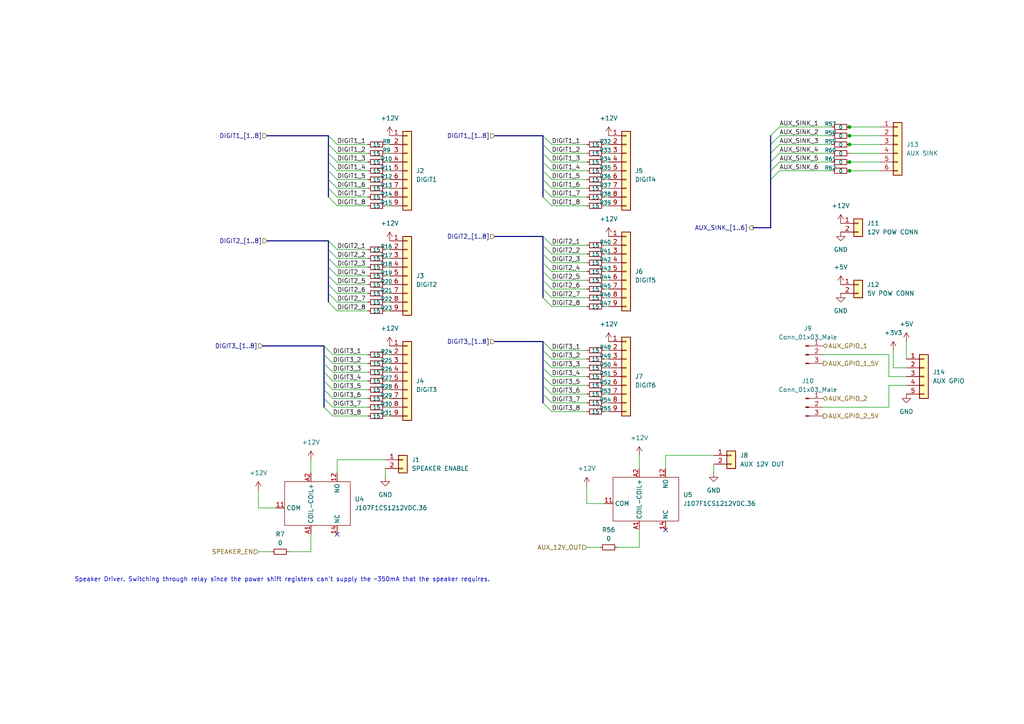
<source format=kicad_sch>
(kicad_sch (version 20211123) (generator eeschema)
  (paper "A4")
  (lib_symbols
    (symbol "Connector:Conn_01x03_Male" (pin_names (offset 1.016) hide)
      (property "Reference" "J" (at 0 5.08 0))
      (property "Value" "Conn_01x03_Male" (at 0 -5.08 0))
      (symbol "Conn_01x03_Male_1_1"
        (polyline (pts (xy 1.27 -2.54) (xy 0.8636 -2.54)) (stroke (width 0.1524)))
        (polyline (pts (xy 1.27 0) (xy 0.8636 0)) (stroke (width 0.1524)))
        (polyline (pts (xy 1.27 2.54) (xy 0.8636 2.54)) (stroke (width 0.1524)))
        (rectangle (start 0.8636 -2.413) (end 0 -2.667) (stroke (width 0.1524)) (fill (type outline)))
        (rectangle (start 0.8636 0.127) (end 0 -0.127) (stroke (width 0.1524)) (fill (type outline)))
        (rectangle (start 0.8636 2.667) (end 0 2.413) (stroke (width 0.1524)) (fill (type outline)))
        (pin passive line (at 5.08 2.54 180) (length 3.81) (name "Pin_1") (number "1"))
        (pin passive line (at 5.08 0 180) (length 3.81) (name "Pin_2") (number "2"))
        (pin passive line (at 5.08 -2.54 180) (length 3.81) (name "Pin_3") (number "3"))
      )
    )
    (symbol "Connector_Generic:Conn_01x02" (pin_names (offset 1.016) hide)
      (property "Reference" "J" (at 0 2.54 0))
      (property "Value" "Conn_01x02" (at 0 -5.08 0))
      (symbol "Conn_01x02_1_1"
        (rectangle (start -1.27 -2.413) (end 0 -2.667) (stroke (width 0.1524)))
        (rectangle (start -1.27 0.127) (end 0 -0.127) (stroke (width 0.1524)))
        (rectangle (start -1.27 1.27) (end 1.27 -3.81) (stroke (width 0.254)) (fill (type background)))
        (pin passive line (at -5.08 0 0) (length 3.81) (name "Pin_1") (number "1"))
        (pin passive line (at -5.08 -2.54 0) (length 3.81) (name "Pin_2") (number "2"))
      )
    )
    (symbol "Connector_Generic:Conn_01x05" (pin_names (offset 1.016) hide)
      (property "Reference" "J" (at 0 7.62 0))
      (property "Value" "Conn_01x05" (at 0 -7.62 0))
      (symbol "Conn_01x05_1_1"
        (rectangle (start -1.27 -4.953) (end 0 -5.207) (stroke (width 0.1524)))
        (rectangle (start -1.27 -2.413) (end 0 -2.667) (stroke (width 0.1524)))
        (rectangle (start -1.27 0.127) (end 0 -0.127) (stroke (width 0.1524)))
        (rectangle (start -1.27 2.667) (end 0 2.413) (stroke (width 0.1524)))
        (rectangle (start -1.27 5.207) (end 0 4.953) (stroke (width 0.1524)))
        (rectangle (start -1.27 6.35) (end 1.27 -6.35) (stroke (width 0.254)) (fill (type background)))
        (pin passive line (at -5.08 5.08 0) (length 3.81) (name "Pin_1") (number "1"))
        (pin passive line (at -5.08 2.54 0) (length 3.81) (name "Pin_2") (number "2"))
        (pin passive line (at -5.08 0 0) (length 3.81) (name "Pin_3") (number "3"))
        (pin passive line (at -5.08 -2.54 0) (length 3.81) (name "Pin_4") (number "4"))
        (pin passive line (at -5.08 -5.08 0) (length 3.81) (name "Pin_5") (number "5"))
      )
    )
    (symbol "Connector_Generic:Conn_01x06" (pin_names (offset 1.016) hide)
      (property "Reference" "J" (at 0 7.62 0))
      (property "Value" "Conn_01x06" (at 0 -10.16 0))
      (symbol "Conn_01x06_1_1"
        (rectangle (start -1.27 -7.493) (end 0 -7.747) (stroke (width 0.1524)))
        (rectangle (start -1.27 -4.953) (end 0 -5.207) (stroke (width 0.1524)))
        (rectangle (start -1.27 -2.413) (end 0 -2.667) (stroke (width 0.1524)))
        (rectangle (start -1.27 0.127) (end 0 -0.127) (stroke (width 0.1524)))
        (rectangle (start -1.27 2.667) (end 0 2.413) (stroke (width 0.1524)))
        (rectangle (start -1.27 5.207) (end 0 4.953) (stroke (width 0.1524)))
        (rectangle (start -1.27 6.35) (end 1.27 -8.89) (stroke (width 0.254)) (fill (type background)))
        (pin passive line (at -5.08 5.08 0) (length 3.81) (name "Pin_1") (number "1"))
        (pin passive line (at -5.08 2.54 0) (length 3.81) (name "Pin_2") (number "2"))
        (pin passive line (at -5.08 0 0) (length 3.81) (name "Pin_3") (number "3"))
        (pin passive line (at -5.08 -2.54 0) (length 3.81) (name "Pin_4") (number "4"))
        (pin passive line (at -5.08 -5.08 0) (length 3.81) (name "Pin_5") (number "5"))
        (pin passive line (at -5.08 -7.62 0) (length 3.81) (name "Pin_6") (number "6"))
      )
    )
    (symbol "Connector_Generic:Conn_01x09" (pin_names (offset 1.016) hide)
      (property "Reference" "J" (at 0 12.7 0))
      (property "Value" "Conn_01x09" (at 0 -12.7 0))
      (symbol "Conn_01x09_1_1"
        (rectangle (start -1.27 -10.033) (end 0 -10.287) (stroke (width 0.1524)))
        (rectangle (start -1.27 -7.493) (end 0 -7.747) (stroke (width 0.1524)))
        (rectangle (start -1.27 -4.953) (end 0 -5.207) (stroke (width 0.1524)))
        (rectangle (start -1.27 -2.413) (end 0 -2.667) (stroke (width 0.1524)))
        (rectangle (start -1.27 0.127) (end 0 -0.127) (stroke (width 0.1524)))
        (rectangle (start -1.27 2.667) (end 0 2.413) (stroke (width 0.1524)))
        (rectangle (start -1.27 5.207) (end 0 4.953) (stroke (width 0.1524)))
        (rectangle (start -1.27 7.747) (end 0 7.493) (stroke (width 0.1524)))
        (rectangle (start -1.27 10.287) (end 0 10.033) (stroke (width 0.1524)))
        (rectangle (start -1.27 11.43) (end 1.27 -11.43) (stroke (width 0.254)) (fill (type background)))
        (pin passive line (at -5.08 10.16 0) (length 3.81) (name "Pin_1") (number "1"))
        (pin passive line (at -5.08 7.62 0) (length 3.81) (name "Pin_2") (number "2"))
        (pin passive line (at -5.08 5.08 0) (length 3.81) (name "Pin_3") (number "3"))
        (pin passive line (at -5.08 2.54 0) (length 3.81) (name "Pin_4") (number "4"))
        (pin passive line (at -5.08 0 0) (length 3.81) (name "Pin_5") (number "5"))
        (pin passive line (at -5.08 -2.54 0) (length 3.81) (name "Pin_6") (number "6"))
        (pin passive line (at -5.08 -5.08 0) (length 3.81) (name "Pin_7") (number "7"))
        (pin passive line (at -5.08 -7.62 0) (length 3.81) (name "Pin_8") (number "8"))
        (pin passive line (at -5.08 -10.16 0) (length 3.81) (name "Pin_9") (number "9"))
      )
    )
    (symbol "Device:R_Small" (pin_numbers hide) (pin_names (offset 0.254) hide)
      (property "Reference" "R" (at 0.762 0.508 0))
      (property "Value" "R_Small" (at 0.762 -1.016 0))
      (symbol "R_Small_0_1"
        (rectangle (start -0.762 1.778) (end 0.762 -1.778) (stroke (width 0.2032)))
      )
      (symbol "R_Small_1_1"
        (pin passive line (at 0 2.54 270) (length 0.762) (name "~") (number "1"))
        (pin passive line (at 0 -2.54 90) (length 0.762) (name "~") (number "2"))
      )
    )
    (symbol "power:+12V" (power) (pin_names (offset 0))
      (property "Value" "+12V" (at 0 3.556 0))
      (symbol "+12V_0_1"
        (polyline (pts (xy -0.762 1.27) (xy 0 2.54)))
        (polyline (pts (xy 0 0) (xy 0 2.54)))
        (polyline (pts (xy 0 2.54) (xy 0.762 1.27)))
      )
      (symbol "+12V_1_1"
        (pin power_in line (at 0 0 90) (length 0) hide (name "+12V") (number "1"))
      )
    )
    (symbol "power:+3V3" (power) (pin_names (offset 0))
      (property "Value" "+3V3" (at 0 3.556 0))
      (symbol "+3V3_0_1"
        (polyline (pts (xy -0.762 1.27) (xy 0 2.54)))
        (polyline (pts (xy 0 0) (xy 0 2.54)))
        (polyline (pts (xy 0 2.54) (xy 0.762 1.27)))
      )
      (symbol "+3V3_1_1"
        (pin power_in line (at 0 0 90) (length 0) hide (name "+3V3") (number "1"))
      )
    )
    (symbol "power:+5V" (power) (pin_names (offset 0))
      (property "Value" "+5V" (at 0 3.556 0))
      (symbol "+5V_0_1"
        (polyline (pts (xy -0.762 1.27) (xy 0 2.54)))
        (polyline (pts (xy 0 0) (xy 0 2.54)))
        (polyline (pts (xy 0 2.54) (xy 0.762 1.27)))
      )
      (symbol "+5V_1_1"
        (pin power_in line (at 0 0 90) (length 0) hide (name "+5V") (number "1"))
      )
    )
    (symbol "power:GND" (power) (pin_names (offset 0))
      (property "Value" "GND" (at 0 -3.81 0))
      (symbol "GND_0_1"
        (polyline (pts (xy 0 0) (xy 0 -1.27) (xy 1.27 -1.27) (xy 0 -2.54) (xy -1.27 -1.27) (xy 0 -1.27)))
      )
      (symbol "GND_1_1"
        (pin power_in line (at 0 0 270) (length 0) hide (name "GND") (number "1"))
      )
    )
    (symbol "project-components:J107F1CS1212VDC.36"
      (property "Reference" "U" (at 10.16 5.08 0))
      (property "Value" "J107F1CS1212VDC.36" (at 20.32 7.62 0))
      (symbol "J107F1CS1212VDC.36_0_1"
        (rectangle (start -10.16 7.62) (end 8.89 -5.08))
      )
      (symbol "J107F1CS1212VDC.36_1_1"
        (pin input line (at -12.7 0 0) (length 2.54) (name "COM") (number "11"))
        (pin input line (at 5.08 10.16 270) (length 2.54) (name "NO") (number "12"))
        (pin input line (at 5.08 -7.62 90) (length 2.54) (name "NC") (number "14"))
        (pin output line (at -2.54 -7.62 90) (length 2.54) (name "COIL-") (number "A1"))
        (pin input line (at -2.54 10.16 270) (length 2.54) (name "COIL+") (number "A2"))
      )
    )
  )
  (junction (at 246.38 41.91))
  (junction (at 246.38 39.37))
  (junction (at 246.38 36.83))
  (junction (at 246.38 49.53))
  (junction (at 246.38 46.99))
  (no_connect (at 193.04 153.67))
  (no_connect (at 97.79 154.94))
  (bus_entry (at 157.48 81.28) (size 2.54 2.54))
  (bus_entry (at 93.98 118.11) (size 2.54 2.54))
  (bus_entry (at 93.98 115.57) (size 2.54 2.54))
  (bus_entry (at 157.48 49.53) (size 2.54 2.54))
  (bus_entry (at 95.25 41.91) (size 2.54 2.54))
  (bus_entry (at 95.25 80.01) (size 2.54 2.54))
  (bus_entry (at 157.48 78.74) (size 2.54 2.54))
  (bus_entry (at 95.25 46.99) (size 2.54 2.54))
  (bus_entry (at 157.48 41.91) (size 2.54 2.54))
  (bus_entry (at 93.98 102.87) (size 2.54 2.54))
  (bus_entry (at 95.25 74.93) (size 2.54 2.54))
  (bus_entry (at 95.25 44.45) (size 2.54 2.54))
  (bus_entry (at 157.48 106.68) (size 2.54 2.54))
  (bus_entry (at 95.25 49.53) (size 2.54 2.54))
  (bus_entry (at 95.25 77.47) (size 2.54 2.54))
  (bus_entry (at 223.52 49.53) (size 2.54 -2.54))
  (bus_entry (at 157.48 57.15) (size 2.54 2.54))
  (bus_entry (at 93.98 113.03) (size 2.54 2.54))
  (bus_entry (at 157.48 46.99) (size 2.54 2.54))
  (bus_entry (at 223.52 44.45) (size 2.54 -2.54))
  (bus_entry (at 93.98 105.41) (size 2.54 2.54))
  (bus_entry (at 223.52 39.37) (size 2.54 -2.54))
  (bus_entry (at 95.25 87.63) (size 2.54 2.54))
  (bus_entry (at 223.52 41.91) (size 2.54 -2.54))
  (bus_entry (at 93.98 110.49) (size 2.54 2.54))
  (bus_entry (at 223.52 52.07) (size 2.54 -2.54))
  (bus_entry (at 223.52 46.99) (size 2.54 -2.54))
  (bus_entry (at 157.48 104.14) (size 2.54 2.54))
  (bus_entry (at 157.48 71.12) (size 2.54 2.54))
  (bus_entry (at 93.98 100.33) (size 2.54 2.54))
  (bus_entry (at 157.48 44.45) (size 2.54 2.54))
  (bus_entry (at 95.25 85.09) (size 2.54 2.54))
  (bus_entry (at 95.25 69.85) (size 2.54 2.54))
  (bus_entry (at 95.25 39.37) (size 2.54 2.54))
  (bus_entry (at 157.48 116.84) (size 2.54 2.54))
  (bus_entry (at 157.48 109.22) (size 2.54 2.54))
  (bus_entry (at 95.25 82.55) (size 2.54 2.54))
  (bus_entry (at 95.25 57.15) (size 2.54 2.54))
  (bus_entry (at 157.48 54.61) (size 2.54 2.54))
  (bus_entry (at 157.48 86.36) (size 2.54 2.54))
  (bus_entry (at 95.25 52.07) (size 2.54 2.54))
  (bus_entry (at 93.98 107.95) (size 2.54 2.54))
  (bus_entry (at 157.48 73.66) (size 2.54 2.54))
  (bus_entry (at 157.48 101.6) (size 2.54 2.54))
  (bus_entry (at 157.48 99.06) (size 2.54 2.54))
  (bus_entry (at 157.48 68.58) (size 2.54 2.54))
  (bus_entry (at 157.48 76.2) (size 2.54 2.54))
  (bus_entry (at 157.48 39.37) (size 2.54 2.54))
  (bus_entry (at 157.48 83.82) (size 2.54 2.54))
  (bus_entry (at 157.48 114.3) (size 2.54 2.54))
  (bus_entry (at 157.48 111.76) (size 2.54 2.54))
  (bus_entry (at 95.25 54.61) (size 2.54 2.54))
  (bus_entry (at 157.48 52.07) (size 2.54 2.54))
  (bus_entry (at 95.25 72.39) (size 2.54 2.54))
  (bus (pts (xy 95.25 46.99) (xy 95.25 49.53)))
  (wire (pts (xy 96.52 110.49) (xy 106.68 110.49)))
  (bus (pts (xy 157.48 73.66) (xy 157.48 76.2)))
  (wire (pts (xy 111.76 107.95) (xy 113.03 107.95)))
  (wire (pts (xy 111.76 52.07) (xy 113.03 52.07)))
  (wire (pts (xy 175.26 114.3) (xy 176.53 114.3)))
  (wire (pts (xy 175.26 78.74) (xy 176.53 78.74)))
  (wire (pts (xy 175.26 109.22) (xy 176.53 109.22)))
  (wire (pts (xy 175.26 116.84) (xy 176.53 116.84)))
  (wire (pts (xy 160.02 119.38) (xy 170.18 119.38)))
  (wire (pts (xy 175.26 88.9) (xy 176.53 88.9)))
  (wire (pts (xy 97.79 52.07) (xy 106.68 52.07)))
  (wire (pts (xy 246.4109 41.9211) (xy 255.27 41.91)))
  (wire (pts (xy 160.02 114.3) (xy 170.18 114.3)))
  (wire (pts (xy 170.18 140.97) (xy 170.18 146.05)))
  (bus (pts (xy 223.52 41.91) (xy 223.52 44.45)))
  (wire (pts (xy 97.79 133.35) (xy 111.76 133.35)))
  (wire (pts (xy 111.76 120.65) (xy 113.03 120.65)))
  (wire (pts (xy 226.06 46.99) (xy 241.3 46.99)))
  (wire (pts (xy 111.76 72.39) (xy 113.03 72.39)))
  (wire (pts (xy 97.79 85.09) (xy 106.68 85.09)))
  (wire (pts (xy 160.02 59.69) (xy 170.18 59.69)))
  (wire (pts (xy 111.76 44.45) (xy 113.03 44.45)))
  (wire (pts (xy 96.52 118.11) (xy 106.68 118.11)))
  (wire (pts (xy 90.17 133.35) (xy 90.17 137.16)))
  (bus (pts (xy 157.48 106.68) (xy 157.48 109.22)))
  (wire (pts (xy 160.02 78.74) (xy 170.18 78.74)))
  (wire (pts (xy 160.02 111.76) (xy 170.18 111.76)))
  (wire (pts (xy 160.02 76.2) (xy 170.18 76.2)))
  (bus (pts (xy 95.25 74.93) (xy 95.25 77.47)))
  (wire (pts (xy 246.4109 39.3811) (xy 246.38 39.37)))
  (wire (pts (xy 160.02 73.66) (xy 170.18 73.66)))
  (bus (pts (xy 157.48 78.74) (xy 157.48 81.28)))
  (wire (pts (xy 160.02 46.99) (xy 170.18 46.99)))
  (bus (pts (xy 157.48 99.06) (xy 157.48 101.6)))
  (wire (pts (xy 111.76 102.87) (xy 113.03 102.87)))
  (wire (pts (xy 111.76 59.69) (xy 113.03 59.69)))
  (wire (pts (xy 259.08 106.68) (xy 262.89 106.68)))
  (wire (pts (xy 160.02 57.15) (xy 170.18 57.15)))
  (wire (pts (xy 175.26 59.69) (xy 176.53 59.69)))
  (wire (pts (xy 96.52 120.65) (xy 106.68 120.65)))
  (wire (pts (xy 74.93 160.02) (xy 78.74 160.02)))
  (wire (pts (xy 170.18 158.75) (xy 173.99 158.75)))
  (bus (pts (xy 95.25 41.91) (xy 95.25 44.45)))
  (wire (pts (xy 97.79 46.99) (xy 106.68 46.99)))
  (wire (pts (xy 97.79 74.93) (xy 106.68 74.93)))
  (wire (pts (xy 111.76 85.09) (xy 113.03 85.09)))
  (wire (pts (xy 111.76 90.17) (xy 113.03 90.17)))
  (wire (pts (xy 175.26 83.82) (xy 176.53 83.82)))
  (wire (pts (xy 175.26 71.12) (xy 176.53 71.12)))
  (bus (pts (xy 93.98 110.49) (xy 93.98 113.03)))
  (bus (pts (xy 95.25 44.45) (xy 95.25 46.99)))
  (wire (pts (xy 160.02 86.36) (xy 170.18 86.36)))
  (wire (pts (xy 226.06 41.91) (xy 241.3 41.91)))
  (wire (pts (xy 90.17 154.94) (xy 90.17 160.02)))
  (wire (pts (xy 175.26 101.6) (xy 176.53 101.6)))
  (wire (pts (xy 160.02 49.53) (xy 170.18 49.53)))
  (wire (pts (xy 160.02 109.22) (xy 170.18 109.22)))
  (bus (pts (xy 223.52 49.53) (xy 223.52 52.07)))
  (wire (pts (xy 111.76 113.03) (xy 113.03 113.03)))
  (wire (pts (xy 246.4109 49.5411) (xy 246.38 49.53)))
  (bus (pts (xy 223.52 46.99) (xy 223.52 49.53)))
  (wire (pts (xy 257.81 102.87) (xy 257.81 109.22)))
  (bus (pts (xy 157.48 39.37) (xy 157.48 41.91)))
  (bus (pts (xy 95.25 72.39) (xy 95.25 74.93)))
  (wire (pts (xy 257.81 111.76) (xy 262.89 111.76)))
  (wire (pts (xy 175.26 81.28) (xy 176.53 81.28)))
  (wire (pts (xy 175.26 119.38) (xy 176.53 119.38)))
  (bus (pts (xy 157.48 41.91) (xy 157.48 44.45)))
  (wire (pts (xy 97.79 54.61) (xy 106.68 54.61)))
  (wire (pts (xy 175.26 106.68) (xy 176.53 106.68)))
  (wire (pts (xy 226.06 44.45) (xy 241.3 44.45)))
  (wire (pts (xy 246.4109 47.0011) (xy 255.27 46.99)))
  (wire (pts (xy 96.52 115.57) (xy 106.68 115.57)))
  (wire (pts (xy 175.26 41.91) (xy 176.53 41.91)))
  (wire (pts (xy 246.4109 47.0011) (xy 246.38 46.99)))
  (bus (pts (xy 157.48 49.53) (xy 157.48 52.07)))
  (bus (pts (xy 76.2 100.33) (xy 93.98 100.33)))
  (wire (pts (xy 111.76 41.91) (xy 113.03 41.91)))
  (wire (pts (xy 246.4109 49.5411) (xy 255.27 49.53)))
  (bus (pts (xy 93.98 100.33) (xy 93.98 102.87)))
  (wire (pts (xy 175.26 76.2) (xy 176.53 76.2)))
  (wire (pts (xy 160.02 106.68) (xy 170.18 106.68)))
  (wire (pts (xy 97.79 87.63) (xy 106.68 87.63)))
  (bus (pts (xy 95.25 80.01) (xy 95.25 82.55)))
  (bus (pts (xy 93.98 115.57) (xy 93.98 118.11)))
  (wire (pts (xy 97.79 49.53) (xy 106.68 49.53)))
  (bus (pts (xy 157.48 46.99) (xy 157.48 49.53)))
  (wire (pts (xy 111.76 115.57) (xy 113.03 115.57)))
  (bus (pts (xy 157.48 44.45) (xy 157.48 46.99)))
  (wire (pts (xy 160.02 101.6) (xy 170.18 101.6)))
  (wire (pts (xy 97.79 82.55) (xy 106.68 82.55)))
  (bus (pts (xy 157.48 71.12) (xy 157.48 73.66)))
  (wire (pts (xy 111.76 80.01) (xy 113.03 80.01)))
  (wire (pts (xy 111.76 46.99) (xy 113.03 46.99)))
  (wire (pts (xy 96.52 113.03) (xy 106.68 113.03)))
  (wire (pts (xy 160.02 81.28) (xy 170.18 81.28)))
  (wire (pts (xy 246.4109 36.8411) (xy 246.38 36.83)))
  (bus (pts (xy 157.48 111.76) (xy 157.48 114.3)))
  (wire (pts (xy 160.02 54.61) (xy 170.18 54.61)))
  (wire (pts (xy 96.52 107.95) (xy 106.68 107.95)))
  (wire (pts (xy 193.04 132.08) (xy 207.01 132.08)))
  (wire (pts (xy 111.76 118.11) (xy 113.03 118.11)))
  (wire (pts (xy 96.52 102.87) (xy 106.68 102.87)))
  (wire (pts (xy 90.17 160.02) (xy 83.82 160.02)))
  (bus (pts (xy 157.48 52.07) (xy 157.48 54.61)))
  (wire (pts (xy 257.81 109.22) (xy 262.89 109.22)))
  (bus (pts (xy 95.25 77.47) (xy 95.25 80.01)))
  (wire (pts (xy 246.4109 39.3811) (xy 255.27 39.37)))
  (wire (pts (xy 97.79 137.16) (xy 97.79 133.35)))
  (bus (pts (xy 95.25 82.55) (xy 95.25 85.09)))
  (wire (pts (xy 97.79 57.15) (xy 106.68 57.15)))
  (bus (pts (xy 157.48 114.3) (xy 157.48 116.84)))
  (wire (pts (xy 111.76 110.49) (xy 113.03 110.49)))
  (wire (pts (xy 160.02 41.91) (xy 170.18 41.91)))
  (bus (pts (xy 93.98 102.87) (xy 93.98 105.41)))
  (wire (pts (xy 111.76 135.89) (xy 111.76 138.43)))
  (bus (pts (xy 157.48 54.61) (xy 157.48 57.15)))
  (wire (pts (xy 238.76 118.11) (xy 257.81 118.11)))
  (wire (pts (xy 185.42 153.67) (xy 185.42 158.75)))
  (bus (pts (xy 157.48 83.82) (xy 157.48 86.36)))
  (wire (pts (xy 74.93 142.24) (xy 74.93 147.32)))
  (bus (pts (xy 223.52 39.37) (xy 223.52 41.91)))
  (wire (pts (xy 111.76 77.47) (xy 113.03 77.47)))
  (wire (pts (xy 246.4109 36.8411) (xy 255.27 36.83)))
  (bus (pts (xy 95.25 54.61) (xy 95.25 57.15)))
  (wire (pts (xy 185.42 158.75) (xy 179.07 158.75)))
  (wire (pts (xy 175.26 44.45) (xy 176.53 44.45)))
  (wire (pts (xy 111.76 54.61) (xy 113.03 54.61)))
  (wire (pts (xy 185.42 132.08) (xy 185.42 135.89)))
  (wire (pts (xy 175.26 54.61) (xy 176.53 54.61)))
  (bus (pts (xy 157.48 101.6) (xy 157.48 104.14)))
  (bus (pts (xy 95.25 85.09) (xy 95.25 87.63)))
  (wire (pts (xy 207.01 134.62) (xy 207.01 137.16)))
  (wire (pts (xy 226.06 36.83) (xy 241.3 36.83)))
  (wire (pts (xy 262.89 99.06) (xy 262.89 104.14)))
  (wire (pts (xy 160.02 83.82) (xy 170.18 83.82)))
  (bus (pts (xy 143.51 39.37) (xy 157.48 39.37)))
  (bus (pts (xy 223.52 52.07) (xy 223.52 66.04)))
  (wire (pts (xy 175.26 46.99) (xy 176.53 46.99)))
  (wire (pts (xy 111.76 105.41) (xy 113.03 105.41)))
  (bus (pts (xy 93.98 107.95) (xy 93.98 110.49)))
  (wire (pts (xy 175.26 104.14) (xy 176.53 104.14)))
  (bus (pts (xy 95.25 69.85) (xy 95.25 72.39)))
  (wire (pts (xy 175.26 52.07) (xy 176.53 52.07)))
  (wire (pts (xy 175.26 111.76) (xy 176.53 111.76)))
  (bus (pts (xy 157.48 81.28) (xy 157.48 83.82)))
  (bus (pts (xy 157.48 76.2) (xy 157.48 78.74)))
  (wire (pts (xy 111.76 87.63) (xy 113.03 87.63)))
  (bus (pts (xy 157.48 68.58) (xy 157.48 71.12)))
  (wire (pts (xy 226.06 39.37) (xy 241.3 39.37)))
  (wire (pts (xy 246.38 44.45) (xy 255.27 44.45)))
  (wire (pts (xy 97.79 59.69) (xy 106.68 59.69)))
  (wire (pts (xy 226.06 49.53) (xy 241.3 49.53)))
  (bus (pts (xy 95.25 52.07) (xy 95.25 54.61)))
  (wire (pts (xy 111.76 49.53) (xy 113.03 49.53)))
  (wire (pts (xy 97.79 44.45) (xy 106.68 44.45)))
  (bus (pts (xy 143.51 99.06) (xy 157.48 99.06)))
  (wire (pts (xy 175.26 73.66) (xy 176.53 73.66)))
  (bus (pts (xy 77.47 39.37) (xy 95.25 39.37)))
  (wire (pts (xy 246.4109 41.9211) (xy 246.38 41.91)))
  (bus (pts (xy 95.25 39.37) (xy 95.25 41.91)))
  (wire (pts (xy 193.04 135.89) (xy 193.04 132.08)))
  (wire (pts (xy 160.02 44.45) (xy 170.18 44.45)))
  (wire (pts (xy 175.26 57.15) (xy 176.53 57.15)))
  (bus (pts (xy 218.44 66.04) (xy 223.52 66.04)))
  (bus (pts (xy 143.51 68.58) (xy 157.48 68.58)))
  (wire (pts (xy 259.08 101.6) (xy 259.08 106.68)))
  (wire (pts (xy 175.26 49.53) (xy 176.53 49.53)))
  (wire (pts (xy 97.79 72.39) (xy 106.68 72.39)))
  (wire (pts (xy 97.79 90.17) (xy 106.68 90.17)))
  (wire (pts (xy 170.18 146.05) (xy 175.26 146.05)))
  (bus (pts (xy 77.47 69.85) (xy 95.25 69.85)))
  (bus (pts (xy 93.98 113.03) (xy 93.98 115.57)))
  (bus (pts (xy 223.52 44.45) (xy 223.52 46.99)))
  (wire (pts (xy 160.02 116.84) (xy 170.18 116.84)))
  (bus (pts (xy 93.98 105.41) (xy 93.98 107.95)))
  (wire (pts (xy 97.79 80.01) (xy 106.68 80.01)))
  (wire (pts (xy 111.76 57.15) (xy 113.03 57.15)))
  (bus (pts (xy 157.48 109.22) (xy 157.48 111.76)))
  (wire (pts (xy 238.76 102.87) (xy 257.81 102.87)))
  (wire (pts (xy 175.26 86.36) (xy 176.53 86.36)))
  (wire (pts (xy 74.93 147.32) (xy 80.01 147.32)))
  (wire (pts (xy 97.79 77.47) (xy 106.68 77.47)))
  (bus (pts (xy 157.48 104.14) (xy 157.48 106.68)))
  (wire (pts (xy 111.76 74.93) (xy 113.03 74.93)))
  (wire (pts (xy 111.76 82.55) (xy 113.03 82.55)))
  (wire (pts (xy 257.81 118.11) (xy 257.81 111.76)))
  (wire (pts (xy 160.02 88.9) (xy 170.18 88.9)))
  (wire (pts (xy 96.52 105.41) (xy 106.68 105.41)))
  (wire (pts (xy 160.02 71.12) (xy 170.18 71.12)))
  (bus (pts (xy 95.25 49.53) (xy 95.25 52.07)))
  (wire (pts (xy 97.79 41.91) (xy 106.68 41.91)))
  (wire (pts (xy 160.02 104.14) (xy 170.18 104.14)))
  (wire (pts (xy 160.02 52.07) (xy 170.18 52.07)))
  (text "Speaker Driver. Switching through relay since the power shift registers can't supply the ~350mA that the speaker requires." (at 21.59 168.91 0) (effects (font (size 1.27 1.27)) (justify left bottom)))
  (label "DIGIT3_4" (at 160.02 109.22 0))
  (label "DIGIT3_6" (at 160.02 114.3 0))
  (label "DIGIT1_2" (at 97.79 44.45 0))
  (label "DIGIT1_1" (at 97.79 41.91 0))
  (label "DIGIT1_8" (at 160.02 59.69 0))
  (label "DIGIT3_4" (at 96.52 110.49 0))
  (label "DIGIT2_1" (at 97.79 72.39 0))
  (label "DIGIT3_3" (at 96.52 107.95 0))
  (label "DIGIT2_7" (at 160.02 86.36 0))
  (label "DIGIT3_1" (at 96.52 102.87 0))
  (label "DIGIT1_3" (at 160.02 46.99 0))
  (label "DIGIT1_5" (at 160.02 52.07 0))
  (label "DIGIT3_5" (at 96.52 113.03 0))
  (label "DIGIT2_2" (at 160.02 73.66 0))
  (label "DIGIT2_8" (at 97.79 90.17 0))
  (label "DIGIT1_4" (at 97.79 49.53 0))
  (label "DIGIT2_1" (at 160.02 71.12 0))
  (label "AUX_SINK_1" (at 226.06 36.83 0))
  (label "DIGIT1_6" (at 97.79 54.61 0))
  (label "DIGIT3_6" (at 96.52 115.57 0))
  (label "DIGIT3_8" (at 160.02 119.38 0))
  (label "DIGIT2_4" (at 160.02 78.74 0))
  (label "DIGIT2_6" (at 160.02 83.82 0))
  (label "DIGIT2_3" (at 160.02 76.2 0))
  (label "DIGIT2_2" (at 97.79 74.93 0))
  (label "DIGIT3_2" (at 160.02 104.14 0))
  (label "DIGIT3_8" (at 96.52 120.65 0))
  (label "DIGIT3_2" (at 96.52 105.41 0))
  (label "DIGIT1_3" (at 97.79 46.99 0))
  (label "AUX_SINK_2" (at 226.06 39.37 0))
  (label "DIGIT1_4" (at 160.02 49.53 0))
  (label "DIGIT3_7" (at 96.52 118.11 0))
  (label "DIGIT1_5" (at 97.79 52.07 0))
  (label "DIGIT2_8" (at 160.02 88.9 0))
  (label "DIGIT2_5" (at 97.79 82.55 0))
  (label "AUX_SINK_5" (at 226.06 46.99 0))
  (label "DIGIT3_1" (at 160.02 101.6 0))
  (label "DIGIT2_5" (at 160.02 81.28 0))
  (label "DIGIT2_7" (at 97.79 87.63 0))
  (label "DIGIT1_1" (at 160.02 41.91 0))
  (label "AUX_SINK_6" (at 226.06 49.53 0))
  (label "AUX_SINK_4" (at 226.06 44.45 0))
  (label "DIGIT2_4" (at 97.79 80.01 0))
  (label "DIGIT2_3" (at 97.79 77.47 0))
  (label "DIGIT1_6" (at 160.02 54.61 0))
  (label "DIGIT1_7" (at 97.79 57.15 0))
  (label "DIGIT1_7" (at 160.02 57.15 0))
  (label "AUX_SINK_3" (at 226.06 41.91 0))
  (label "DIGIT2_6" (at 97.79 85.09 0))
  (label "DIGIT3_5" (at 160.02 111.76 0))
  (label "DIGIT3_7" (at 160.02 116.84 0))
  (label "DIGIT3_3" (at 160.02 106.68 0))
  (label "DIGIT1_8" (at 97.79 59.69 0))
  (label "DIGIT1_2" (at 160.02 44.45 0))
  (hierarchical_label "DIGIT2_[1..8]" (shape input) (at 143.51 68.58 180))
  (hierarchical_label "AUX_GPIO_2" (shape bidirectional) (at 238.76 115.57 0))
  (hierarchical_label "DIGIT3_[1..8]" (shape input) (at 76.2 100.33 180))
  (hierarchical_label "AUX_12V_OUT" (shape input) (at 170.18 158.75 180))
  (hierarchical_label "SPEAKER_EN" (shape input) (at 74.93 160.02 180))
  (hierarchical_label "AUX_SINK_[1..6]" (shape output) (at 218.44 66.04 180))
  (hierarchical_label "DIGIT1_[1..8]" (shape input) (at 77.47 39.37 180))
  (hierarchical_label "DIGIT2_[1..8]" (shape input) (at 77.47 69.85 180))
  (hierarchical_label "AUX_GPIO_1_5V" (shape output) (at 238.76 105.41 0))
  (hierarchical_label "AUX_GPIO_2_5V" (shape output) (at 238.76 120.65 0))
  (hierarchical_label "DIGIT1_[1..8]" (shape input) (at 143.51 39.37 180))
  (hierarchical_label "DIGIT3_[1..8]" (shape input) (at 143.51 99.06 180))
  (hierarchical_label "AUX_GPIO_1" (shape bidirectional) (at 238.76 100.33 0))
  (symbol (lib_id "Device:R_Small") (at 243.84 46.99 270) (mirror x) (unit 1)
    (property "Reference" "R61" (at 240.8604 46.1178 90) (effects (font (size 1.1 1.1))))
    (property "Value" "0" (at 243.8519 47.0619 90) (effects (font (size 1.1 1.1))))
    (property "Footprint" "Resistor_SMD:R_0805_2012Metric_Pad1.20x1.40mm_HandSolder" (effects hide))
  )
  (symbol (lib_id "Device:R_Small") (at 172.72 76.2 90) (unit 1)
    (property "Reference" "R42" (at 175.6103 75.3086 90) (effects (font (size 1.1 1.1))))
    (property "Value" "15" (at 172.7381 76.2724 90) (effects (font (size 1.1 1.1))))
    (property "Footprint" "Resistor_SMD:R_0805_2012Metric_Pad1.20x1.40mm_HandSolder" (effects hide))
  )
  (symbol (lib_id "Connector_Generic:Conn_01x09") (at 118.11 110.49 0) (unit 1)
    (property "Reference" "J4" (at 120.65 110.4899 0) (effects (justify left)))
    (property "Value" "DIGIT3" (at 120.65 113.0299 0) (effects (justify left)))
    (property "Footprint" "TerminalBlock_Phoenix:TerminalBlock_Phoenix_PT-1,5-9-3.5-H_1x09_P3.50mm_Horizontal" (effects hide))
  )
  (symbol (lib_id "power:+12V") (at 176.53 39.37 0) (unit 1)
    (property "Reference" "#PWR024" (effects hide))
    (property "Value" "+12V" (at 176.53 34.29 0))
  )
  (symbol (lib_id "Device:R_Small") (at 109.22 113.03 90) (unit 1)
    (property "Reference" "R28" (at 112.1103 112.1386 90) (effects (font (size 1.1 1.1))))
    (property "Value" "15" (at 109.2381 113.1024 90) (effects (font (size 1.1 1.1))))
    (property "Footprint" "Resistor_SMD:R_0805_2012Metric_Pad1.20x1.40mm_HandSolder" (effects hide))
  )
  (symbol (lib_id "Device:R_Small") (at 109.22 49.53 90) (unit 1)
    (property "Reference" "R11" (at 112.1103 48.6386 90) (effects (font (size 1.1 1.1))))
    (property "Value" "15" (at 109.2381 49.6024 90) (effects (font (size 1.1 1.1))))
    (property "Footprint" "Resistor_SMD:R_0805_2012Metric_Pad1.20x1.40mm_HandSolder" (effects hide))
  )
  (symbol (lib_id "Connector_Generic:Conn_01x06") (at 260.35 41.91 0) (unit 1)
    (property "Reference" "J13" (at 262.89 41.9099 0) (effects (justify left)))
    (property "Value" "AUX SINK" (at 262.89 44.4499 0) (effects (justify left)))
    (property "Footprint" "Connector_PinHeader_2.54mm:PinHeader_1x06_P2.54mm_Vertical" (effects hide))
  )
  (symbol (lib_id "Device:R_Small") (at 176.53 158.75 270) (unit 1)
    (property "Reference" "R56" (at 176.53 153.67 90))
    (property "Value" "0" (at 176.53 156.21 90))
    (property "Footprint" "Resistor_SMD:R_0805_2012Metric_Pad1.20x1.40mm_HandSolder" (effects hide))
  )
  (symbol (lib_id "Device:R_Small") (at 172.72 83.82 90) (unit 1)
    (property "Reference" "R45" (at 175.6103 82.9286 90) (effects (font (size 1.1 1.1))))
    (property "Value" "15" (at 172.7381 83.8924 90) (effects (font (size 1.1 1.1))))
    (property "Footprint" "Resistor_SMD:R_0805_2012Metric_Pad1.20x1.40mm_HandSolder" (effects hide))
  )
  (symbol (lib_id "Device:R_Small") (at 172.72 116.84 90) (unit 1)
    (property "Reference" "R54" (at 175.6103 115.9486 90) (effects (font (size 1.1 1.1))))
    (property "Value" "15" (at 172.7381 116.9124 90) (effects (font (size 1.1 1.1))))
    (property "Footprint" "Resistor_SMD:R_0805_2012Metric_Pad1.20x1.40mm_HandSolder" (effects hide))
  )
  (symbol (lib_id "Device:R_Small") (at 109.22 44.45 90) (unit 1)
    (property "Reference" "R9" (at 112.1103 43.5586 90) (effects (font (size 1.1 1.1))))
    (property "Value" "15" (at 109.2381 44.5224 90) (effects (font (size 1.1 1.1))))
    (property "Footprint" "Resistor_SMD:R_0805_2012Metric_Pad1.20x1.40mm_HandSolder" (effects hide))
  )
  (symbol (lib_id "Device:R_Small") (at 109.22 110.49 90) (unit 1)
    (property "Reference" "R27" (at 112.1103 109.5986 90) (effects (font (size 1.1 1.1))))
    (property "Value" "15" (at 109.2381 110.5624 90) (effects (font (size 1.1 1.1))))
    (property "Footprint" "Resistor_SMD:R_0805_2012Metric_Pad1.20x1.40mm_HandSolder" (effects hide))
  )
  (symbol (lib_id "Device:R_Small") (at 109.22 87.63 90) (unit 1)
    (property "Reference" "R22" (at 112.1103 86.7386 90) (effects (font (size 1.1 1.1))))
    (property "Value" "15" (at 109.2381 87.7024 90) (effects (font (size 1.1 1.1))))
    (property "Footprint" "Resistor_SMD:R_0805_2012Metric_Pad1.20x1.40mm_HandSolder" (effects hide))
  )
  (symbol (lib_id "Device:R_Small") (at 109.22 74.93 90) (unit 1)
    (property "Reference" "R17" (at 112.1103 74.0386 90) (effects (font (size 1.1 1.1))))
    (property "Value" "15" (at 109.2381 75.0024 90) (effects (font (size 1.1 1.1))))
    (property "Footprint" "Resistor_SMD:R_0805_2012Metric_Pad1.20x1.40mm_HandSolder" (effects hide))
  )
  (symbol (lib_id "power:+12V") (at 113.03 39.37 0) (unit 1)
    (property "Reference" "#PWR020" (effects hide))
    (property "Value" "+12V" (at 113.03 34.29 0))
  )
  (symbol (lib_id "Device:R_Small") (at 172.72 44.45 90) (unit 1)
    (property "Reference" "R33" (at 175.6103 43.5586 90) (effects (font (size 1.1 1.1))))
    (property "Value" "15" (at 172.7381 44.5224 90) (effects (font (size 1.1 1.1))))
    (property "Footprint" "Resistor_SMD:R_0805_2012Metric_Pad1.20x1.40mm_HandSolder" (effects hide))
  )
  (symbol (lib_id "Device:R_Small") (at 109.22 85.09 90) (unit 1)
    (property "Reference" "R21" (at 112.1103 84.1986 90) (effects (font (size 1.1 1.1))))
    (property "Value" "15" (at 109.2381 85.1624 90) (effects (font (size 1.1 1.1))))
    (property "Footprint" "Resistor_SMD:R_0805_2012Metric_Pad1.20x1.40mm_HandSolder" (effects hide))
  )
  (symbol (lib_id "Connector:Conn_01x03_Male") (at 233.68 102.87 0) (unit 1)
    (property "Reference" "J9" (at 234.315 95.25 0))
    (property "Value" "Conn_01x03_Male" (at 234.315 97.79 0))
    (property "Footprint" "Connector_PinHeader_2.54mm:PinHeader_1x03_P2.54mm_Vertical" (effects hide))
  )
  (symbol (lib_id "project-components:J107F1CS1212VDC.36") (at 92.71 147.32 0) (unit 1)
    (property "Reference" "U4" (at 102.87 144.7799 0) (effects (justify left)))
    (property "Value" "J107F1CS1212VDC.36" (at 102.87 147.3199 0) (effects (justify left)))
    (property "Footprint" "Relay_THT:Relay_SPDT_Finder_36.11" (effects hide))
  )
  (symbol (lib_id "Device:R_Small") (at 109.22 54.61 90) (unit 1)
    (property "Reference" "R13" (at 112.1103 53.7186 90) (effects (font (size 1.1 1.1))))
    (property "Value" "15" (at 109.2381 54.6824 90) (effects (font (size 1.1 1.1))))
    (property "Footprint" "Resistor_SMD:R_0805_2012Metric_Pad1.20x1.40mm_HandSolder" (effects hide))
  )
  (symbol (lib_id "Connector_Generic:Conn_01x09") (at 181.61 49.53 0) (unit 1)
    (property "Reference" "J5" (at 184.15 49.5299 0) (effects (justify left)))
    (property "Value" "DIGIT4" (at 184.15 52.0699 0) (effects (justify left)))
    (property "Footprint" "TerminalBlock_Phoenix:TerminalBlock_Phoenix_PT-1,5-9-3.5-H_1x09_P3.50mm_Horizontal" (effects hide))
  )
  (symbol (lib_id "Connector_Generic:Conn_01x02") (at 248.92 64.77 0) (unit 1)
    (property "Reference" "J11" (at 251.46 64.7699 0) (effects (justify left)))
    (property "Value" "12V POW CONN" (at 251.46 67.3099 0) (effects (justify left)))
    (property "Footprint" "Connector_PinHeader_2.54mm:PinHeader_1x02_P2.54mm_Vertical" (effects hide))
  )
  (symbol (lib_id "Connector_Generic:Conn_01x02") (at 212.09 132.08 0) (unit 1)
    (property "Reference" "J8" (at 214.63 132.0799 0) (effects (justify left)))
    (property "Value" "AUX 12V OUT" (at 214.63 134.6199 0) (effects (justify left)))
    (property "Footprint" "Connector_PinHeader_2.54mm:PinHeader_1x02_P2.54mm_Vertical" (effects hide))
  )
  (symbol (lib_id "Device:R_Small") (at 172.72 111.76 90) (unit 1)
    (property "Reference" "R52" (at 175.6103 110.8686 90) (effects (font (size 1.1 1.1))))
    (property "Value" "15" (at 172.7381 111.8324 90) (effects (font (size 1.1 1.1))))
    (property "Footprint" "Resistor_SMD:R_0805_2012Metric_Pad1.20x1.40mm_HandSolder" (effects hide))
  )
  (symbol (lib_id "Connector_Generic:Conn_01x09") (at 181.61 78.74 0) (unit 1)
    (property "Reference" "J6" (at 184.15 78.7399 0) (effects (justify left)))
    (property "Value" "DIGIT5" (at 184.15 81.2799 0) (effects (justify left)))
    (property "Footprint" "TerminalBlock_Phoenix:TerminalBlock_Phoenix_PT-1,5-9-3.5-H_1x09_P3.50mm_Horizontal" (effects hide))
  )
  (symbol (lib_id "power:GND") (at 243.84 67.31 0) (unit 1)
    (property "Reference" "#PWR030" (effects hide))
    (property "Value" "GND" (at 243.84 72.39 0))
  )
  (symbol (lib_id "power:GND") (at 111.76 138.43 0) (unit 1)
    (property "Reference" "#PWR019" (effects hide))
    (property "Value" "GND" (at 111.76 143.51 0))
  )
  (symbol (lib_id "Device:R_Small") (at 109.22 82.55 90) (unit 1)
    (property "Reference" "R20" (at 112.1103 81.6586 90) (effects (font (size 1.1 1.1))))
    (property "Value" "15" (at 109.2381 82.6224 90) (effects (font (size 1.1 1.1))))
    (property "Footprint" "Resistor_SMD:R_0805_2012Metric_Pad1.20x1.40mm_HandSolder" (effects hide))
  )
  (symbol (lib_id "Device:R_Small") (at 109.22 115.57 90) (unit 1)
    (property "Reference" "R29" (at 112.1103 114.6786 90) (effects (font (size 1.1 1.1))))
    (property "Value" "15" (at 109.2381 115.6424 90) (effects (font (size 1.1 1.1))))
    (property "Footprint" "Resistor_SMD:R_0805_2012Metric_Pad1.20x1.40mm_HandSolder" (effects hide))
  )
  (symbol (lib_id "Device:R_Small") (at 172.72 88.9 90) (unit 1)
    (property "Reference" "R47" (at 175.6103 88.0086 90) (effects (font (size 1.1 1.1))))
    (property "Value" "15" (at 172.7381 88.9724 90) (effects (font (size 1.1 1.1))))
    (property "Footprint" "Resistor_SMD:R_0805_2012Metric_Pad1.20x1.40mm_HandSolder" (effects hide))
  )
  (symbol (lib_id "Device:R_Small") (at 109.22 41.91 90) (unit 1)
    (property "Reference" "R8" (at 112.1103 41.0186 90) (effects (font (size 1.1 1.1))))
    (property "Value" "15" (at 109.2381 41.9824 90) (effects (font (size 1.1 1.1))))
    (property "Footprint" "Resistor_SMD:R_0805_2012Metric_Pad1.20x1.40mm_HandSolder" (effects hide))
  )
  (symbol (lib_id "Device:R_Small") (at 172.72 78.74 90) (unit 1)
    (property "Reference" "R43" (at 175.6103 77.8486 90) (effects (font (size 1.1 1.1))))
    (property "Value" "15" (at 172.7381 78.8124 90) (effects (font (size 1.1 1.1))))
    (property "Footprint" "Resistor_SMD:R_0805_2012Metric_Pad1.20x1.40mm_HandSolder" (effects hide))
  )
  (symbol (lib_id "Connector_Generic:Conn_01x02") (at 116.84 133.35 0) (unit 1)
    (property "Reference" "J1" (at 119.38 133.3499 0) (effects (justify left)))
    (property "Value" "SPEAKER ENABLE" (at 119.38 135.8899 0) (effects (justify left)))
    (property "Footprint" "TerminalBlock_Phoenix:TerminalBlock_Phoenix_PT-1,5-2-3.5-H_1x02_P3.50mm_Horizontal" (effects hide))
  )
  (symbol (lib_id "power:GND") (at 243.84 85.09 0) (unit 1)
    (property "Reference" "#PWR032" (effects hide))
    (property "Value" "GND" (at 243.84 90.17 0))
  )
  (symbol (lib_id "power:+12V") (at 176.53 99.06 0) (unit 1)
    (property "Reference" "#PWR026" (effects hide))
    (property "Value" "+12V" (at 176.53 93.98 0))
  )
  (symbol (lib_id "Device:R_Small") (at 243.84 36.83 270) (mirror x) (unit 1)
    (property "Reference" "R57" (at 240.8604 35.9578 90) (effects (font (size 1.1 1.1))))
    (property "Value" "0" (at 243.8519 36.9019 90) (effects (font (size 1.1 1.1))))
    (property "Footprint" "Resistor_SMD:R_0805_2012Metric_Pad1.20x1.40mm_HandSolder" (effects hide))
  )
  (symbol (lib_id "power:+12V") (at 170.18 140.97 0) (unit 1)
    (property "Reference" "#PWR023" (effects hide))
    (property "Value" "+12V" (at 170.18 135.89 0))
  )
  (symbol (lib_id "Device:R_Small") (at 172.72 52.07 90) (unit 1)
    (property "Reference" "R36" (at 175.6103 51.1786 90) (effects (font (size 1.1 1.1))))
    (property "Value" "15" (at 172.7381 52.1424 90) (effects (font (size 1.1 1.1))))
    (property "Footprint" "Resistor_SMD:R_0805_2012Metric_Pad1.20x1.40mm_HandSolder" (effects hide))
  )
  (symbol (lib_id "power:+12V") (at 176.53 68.58 0) (unit 1)
    (property "Reference" "#PWR025" (effects hide))
    (property "Value" "+12V" (at 176.53 63.5 0))
  )
  (symbol (lib_id "Device:R_Small") (at 172.72 59.69 90) (unit 1)
    (property "Reference" "R39" (at 175.6103 58.7986 90) (effects (font (size 1.1 1.1))))
    (property "Value" "15" (at 172.7381 59.7624 90) (effects (font (size 1.1 1.1))))
    (property "Footprint" "Resistor_SMD:R_0805_2012Metric_Pad1.20x1.40mm_HandSolder" (effects hide))
  )
  (symbol (lib_id "power:+12V") (at 113.03 69.85 0) (unit 1)
    (property "Reference" "#PWR021" (effects hide))
    (property "Value" "+12V" (at 113.03 64.77 0))
  )
  (symbol (lib_id "Device:R_Small") (at 172.72 101.6 90) (unit 1)
    (property "Reference" "R48" (at 175.6103 100.7086 90) (effects (font (size 1.1 1.1))))
    (property "Value" "15" (at 172.7381 101.6724 90) (effects (font (size 1.1 1.1))))
    (property "Footprint" "Resistor_SMD:R_0805_2012Metric_Pad1.20x1.40mm_HandSolder" (effects hide))
  )
  (symbol (lib_id "power:+5V") (at 243.84 82.55 0) (unit 1)
    (property "Reference" "#PWR031" (effects hide))
    (property "Value" "+5V" (at 243.84 77.47 0))
  )
  (symbol (lib_id "Connector_Generic:Conn_01x09") (at 118.11 49.53 0) (unit 1)
    (property "Reference" "J2" (at 120.65 49.5299 0) (effects (justify left)))
    (property "Value" "DIGIT1" (at 120.65 52.0699 0) (effects (justify left)))
    (property "Footprint" "TerminalBlock_Phoenix:TerminalBlock_Phoenix_PT-1,5-9-3.5-H_1x09_P3.50mm_Horizontal" (effects hide))
  )
  (symbol (lib_id "Device:R_Small") (at 243.84 39.37 270) (mirror x) (unit 1)
    (property "Reference" "R58" (at 240.8604 38.4978 90) (effects (font (size 1.1 1.1))))
    (property "Value" "0" (at 243.8519 39.4419 90) (effects (font (size 1.1 1.1))))
    (property "Footprint" "Resistor_SMD:R_0805_2012Metric_Pad1.20x1.40mm_HandSolder" (effects hide))
  )
  (symbol (lib_id "Device:R_Small") (at 109.22 90.17 90) (unit 1)
    (property "Reference" "R23" (at 112.1103 89.2786 90) (effects (font (size 1.1 1.1))))
    (property "Value" "15" (at 109.2381 90.2424 90) (effects (font (size 1.1 1.1))))
    (property "Footprint" "Resistor_SMD:R_0805_2012Metric_Pad1.20x1.40mm_HandSolder" (effects hide))
  )
  (symbol (lib_id "power:GND") (at 207.01 137.16 0) (unit 1)
    (property "Reference" "#PWR028" (effects hide))
    (property "Value" "GND" (at 207.01 142.24 0))
  )
  (symbol (lib_id "Device:R_Small") (at 172.72 119.38 90) (unit 1)
    (property "Reference" "R55" (at 175.6103 118.4886 90) (effects (font (size 1.1 1.1))))
    (property "Value" "15" (at 172.7381 119.4524 90) (effects (font (size 1.1 1.1))))
    (property "Footprint" "Resistor_SMD:R_0805_2012Metric_Pad1.20x1.40mm_HandSolder" (effects hide))
  )
  (symbol (lib_id "Device:R_Small") (at 172.72 54.61 90) (unit 1)
    (property "Reference" "R37" (at 175.6103 53.7186 90) (effects (font (size 1.1 1.1))))
    (property "Value" "15" (at 172.7381 54.6824 90) (effects (font (size 1.1 1.1))))
    (property "Footprint" "Resistor_SMD:R_0805_2012Metric_Pad1.20x1.40mm_HandSolder" (effects hide))
  )
  (symbol (lib_id "Device:R_Small") (at 172.72 104.14 90) (unit 1)
    (property "Reference" "R49" (at 175.6103 103.2486 90) (effects (font (size 1.1 1.1))))
    (property "Value" "15" (at 172.7381 104.2124 90) (effects (font (size 1.1 1.1))))
    (property "Footprint" "Resistor_SMD:R_0805_2012Metric_Pad1.20x1.40mm_HandSolder" (effects hide))
  )
  (symbol (lib_id "Device:R_Small") (at 109.22 102.87 90) (unit 1)
    (property "Reference" "R24" (at 112.1103 101.9786 90) (effects (font (size 1.1 1.1))))
    (property "Value" "15" (at 109.2381 102.9424 90) (effects (font (size 1.1 1.1))))
    (property "Footprint" "Resistor_SMD:R_0805_2012Metric_Pad1.20x1.40mm_HandSolder" (effects hide))
  )
  (symbol (lib_id "Device:R_Small") (at 172.72 71.12 90) (unit 1)
    (property "Reference" "R40" (at 175.6103 70.2286 90) (effects (font (size 1.1 1.1))))
    (property "Value" "15" (at 172.7381 71.1924 90) (effects (font (size 1.1 1.1))))
    (property "Footprint" "Resistor_SMD:R_0805_2012Metric_Pad1.20x1.40mm_HandSolder" (effects hide))
  )
  (symbol (lib_id "Connector_Generic:Conn_01x02") (at 248.92 82.55 0) (unit 1)
    (property "Reference" "J12" (at 251.46 82.5499 0) (effects (justify left)))
    (property "Value" "5V POW CONN" (at 251.46 85.0899 0) (effects (justify left)))
    (property "Footprint" "Connector_PinHeader_2.54mm:PinHeader_1x02_P2.54mm_Vertical" (effects hide))
  )
  (symbol (lib_id "project-components:J107F1CS1212VDC.36") (at 187.96 146.05 0) (unit 1)
    (property "Reference" "U5" (at 198.12 143.5099 0) (effects (justify left)))
    (property "Value" "J107F1CS1212VDC.36" (at 198.12 146.0499 0) (effects (justify left)))
    (property "Footprint" "Relay_THT:Relay_SPDT_Finder_36.11" (effects hide))
  )
  (symbol (lib_id "Device:R_Small") (at 172.72 73.66 90) (unit 1)
    (property "Reference" "R41" (at 175.6103 72.7686 90) (effects (font (size 1.1 1.1))))
    (property "Value" "15" (at 172.7381 73.7324 90) (effects (font (size 1.1 1.1))))
    (property "Footprint" "Resistor_SMD:R_0805_2012Metric_Pad1.20x1.40mm_HandSolder" (effects hide))
  )
  (symbol (lib_id "Device:R_Small") (at 109.22 52.07 90) (unit 1)
    (property "Reference" "R12" (at 112.1103 51.1786 90) (effects (font (size 1.1 1.1))))
    (property "Value" "15" (at 109.2381 52.1424 90) (effects (font (size 1.1 1.1))))
    (property "Footprint" "Resistor_SMD:R_0805_2012Metric_Pad1.20x1.40mm_HandSolder" (effects hide))
  )
  (symbol (lib_id "Device:R_Small") (at 172.72 81.28 90) (unit 1)
    (property "Reference" "R44" (at 175.6103 80.3886 90) (effects (font (size 1.1 1.1))))
    (property "Value" "15" (at 172.7381 81.3524 90) (effects (font (size 1.1 1.1))))
    (property "Footprint" "Resistor_SMD:R_0805_2012Metric_Pad1.20x1.40mm_HandSolder" (effects hide))
  )
  (symbol (lib_id "Connector_Generic:Conn_01x05") (at 267.97 109.22 0) (unit 1)
    (property "Reference" "J14" (at 270.51 107.9499 0) (effects (justify left)))
    (property "Value" "AUX GPIO" (at 270.51 110.4899 0) (effects (justify left)))
    (property "Footprint" "Connector_PinHeader_2.54mm:PinHeader_1x05_P2.54mm_Vertical" (effects hide))
  )
  (symbol (lib_id "Device:R_Small") (at 109.22 72.39 90) (unit 1)
    (property "Reference" "R16" (at 112.1103 71.4986 90) (effects (font (size 1.1 1.1))))
    (property "Value" "15" (at 109.2381 72.4624 90) (effects (font (size 1.1 1.1))))
    (property "Footprint" "Resistor_SMD:R_0805_2012Metric_Pad1.20x1.40mm_HandSolder" (effects hide))
  )
  (symbol (lib_id "Device:R_Small") (at 172.72 86.36 90) (unit 1)
    (property "Reference" "R46" (at 175.6103 85.4686 90) (effects (font (size 1.1 1.1))))
    (property "Value" "15" (at 172.7381 86.4324 90) (effects (font (size 1.1 1.1))))
    (property "Footprint" "Resistor_SMD:R_0805_2012Metric_Pad1.20x1.40mm_HandSolder" (effects hide))
  )
  (symbol (lib_id "Device:R_Small") (at 172.72 49.53 90) (unit 1)
    (property "Reference" "R35" (at 175.6103 48.6386 90) (effects (font (size 1.1 1.1))))
    (property "Value" "15" (at 172.7381 49.6024 90) (effects (font (size 1.1 1.1))))
    (property "Footprint" "Resistor_SMD:R_0805_2012Metric_Pad1.20x1.40mm_HandSolder" (effects hide))
  )
  (symbol (lib_id "Connector_Generic:Conn_01x09") (at 118.11 80.01 0) (unit 1)
    (property "Reference" "J3" (at 120.65 80.0099 0) (effects (justify left)))
    (property "Value" "DIGIT2" (at 120.65 82.5499 0) (effects (justify left)))
    (property "Footprint" "TerminalBlock_Phoenix:TerminalBlock_Phoenix_PT-1,5-9-3.5-H_1x09_P3.50mm_Horizontal" (effects hide))
  )
  (symbol (lib_id "Device:R_Small") (at 172.72 46.99 90) (unit 1)
    (property "Reference" "R34" (at 175.6103 46.0986 90) (effects (font (size 1.1 1.1))))
    (property "Value" "15" (at 172.7381 47.0624 90) (effects (font (size 1.1 1.1))))
    (property "Footprint" "Resistor_SMD:R_0805_2012Metric_Pad1.20x1.40mm_HandSolder" (effects hide))
  )
  (symbol (lib_id "Device:R_Small") (at 243.84 41.91 270) (mirror x) (unit 1)
    (property "Reference" "R59" (at 240.8604 41.0378 90) (effects (font (size 1.1 1.1))))
    (property "Value" "0" (at 243.8519 41.9819 90) (effects (font (size 1.1 1.1))))
    (property "Footprint" "Resistor_SMD:R_0805_2012Metric_Pad1.20x1.40mm_HandSolder" (effects hide))
  )
  (symbol (lib_id "Device:R_Small") (at 109.22 46.99 90) (unit 1)
    (property "Reference" "R10" (at 112.1103 46.0986 90) (effects (font (size 1.1 1.1))))
    (property "Value" "15" (at 109.2381 47.0624 90) (effects (font (size 1.1 1.1))))
    (property "Footprint" "Resistor_SMD:R_0805_2012Metric_Pad1.20x1.40mm_HandSolder" (effects hide))
  )
  (symbol (lib_id "Device:R_Small") (at 109.22 57.15 90) (unit 1)
    (property "Reference" "R14" (at 112.1103 56.2586 90) (effects (font (size 1.1 1.1))))
    (property "Value" "15" (at 109.2381 57.2224 90) (effects (font (size 1.1 1.1))))
    (property "Footprint" "Resistor_SMD:R_0805_2012Metric_Pad1.20x1.40mm_HandSolder" (effects hide))
  )
  (symbol (lib_id "power:+12V") (at 74.93 142.24 0) (unit 1)
    (property "Reference" "#PWR017" (effects hide))
    (property "Value" "+12V" (at 74.93 137.16 0))
  )
  (symbol (lib_id "Connector_Generic:Conn_01x09") (at 181.61 109.22 0) (unit 1)
    (property "Reference" "J7" (at 184.15 109.2199 0) (effects (justify left)))
    (property "Value" "DIGIT6" (at 184.15 111.7599 0) (effects (justify left)))
    (property "Footprint" "TerminalBlock_Phoenix:TerminalBlock_Phoenix_PT-1,5-9-3.5-H_1x09_P3.50mm_Horizontal" (effects hide))
  )
  (symbol (lib_id "Device:R_Small") (at 243.84 44.45 270) (mirror x) (unit 1)
    (property "Reference" "R60" (at 240.8604 43.5778 90) (effects (font (size 1.1 1.1))))
    (property "Value" "0" (at 243.8519 44.5219 90) (effects (font (size 1.1 1.1))))
    (property "Footprint" "Resistor_SMD:R_0805_2012Metric_Pad1.20x1.40mm_HandSolder" (effects hide))
  )
  (symbol (lib_id "Device:R_Small") (at 81.28 160.02 270) (unit 1)
    (property "Reference" "R7" (at 81.28 154.94 90))
    (property "Value" "0" (at 81.28 157.48 90))
    (property "Footprint" "Resistor_SMD:R_0805_2012Metric_Pad1.20x1.40mm_HandSolder" (effects hide))
  )
  (symbol (lib_id "power:+12V") (at 185.42 132.08 0) (unit 1)
    (property "Reference" "#PWR027" (effects hide))
    (property "Value" "+12V" (at 185.42 127 0))
  )
  (symbol (lib_id "power:+12V") (at 243.84 64.77 0) (unit 1)
    (property "Reference" "#PWR029" (effects hide))
    (property "Value" "+12V" (at 243.84 59.69 0))
  )
  (symbol (lib_id "power:+12V") (at 90.17 133.35 0) (unit 1)
    (property "Reference" "#PWR018" (effects hide))
    (property "Value" "+12V" (at 90.17 128.27 0))
  )
  (symbol (lib_id "power:+12V") (at 113.03 100.33 0) (unit 1)
    (property "Reference" "#PWR022" (effects hide))
    (property "Value" "+12V" (at 113.03 95.25 0))
  )
  (symbol (lib_id "Device:R_Small") (at 109.22 118.11 90) (unit 1)
    (property "Reference" "R30" (at 112.1103 117.2186 90) (effects (font (size 1.1 1.1))))
    (property "Value" "15" (at 109.2381 118.1824 90) (effects (font (size 1.1 1.1))))
    (property "Footprint" "Resistor_SMD:R_0805_2012Metric_Pad1.20x1.40mm_HandSolder" (effects hide))
  )
  (symbol (lib_id "Device:R_Small") (at 172.72 57.15 90) (unit 1)
    (property "Reference" "R38" (at 175.6103 56.2586 90) (effects (font (size 1.1 1.1))))
    (property "Value" "15" (at 172.7381 57.2224 90) (effects (font (size 1.1 1.1))))
    (property "Footprint" "Resistor_SMD:R_0805_2012Metric_Pad1.20x1.40mm_HandSolder" (effects hide))
  )
  (symbol (lib_id "Device:R_Small") (at 109.22 77.47 90) (unit 1)
    (property "Reference" "R18" (at 112.1103 76.5786 90) (effects (font (size 1.1 1.1))))
    (property "Value" "15" (at 109.2381 77.5424 90) (effects (font (size 1.1 1.1))))
    (property "Footprint" "Resistor_SMD:R_0805_2012Metric_Pad1.20x1.40mm_HandSolder" (effects hide))
  )
  (symbol (lib_id "Device:R_Small") (at 172.72 109.22 90) (unit 1)
    (property "Reference" "R51" (at 175.6103 108.3286 90) (effects (font (size 1.1 1.1))))
    (property "Value" "15" (at 172.7381 109.2924 90) (effects (font (size 1.1 1.1))))
    (property "Footprint" "Resistor_SMD:R_0805_2012Metric_Pad1.20x1.40mm_HandSolder" (effects hide))
  )
  (symbol (lib_id "Device:R_Small") (at 172.72 106.68 90) (unit 1)
    (property "Reference" "R50" (at 175.6103 105.7886 90) (effects (font (size 1.1 1.1))))
    (property "Value" "15" (at 172.7381 106.7524 90) (effects (font (size 1.1 1.1))))
    (property "Footprint" "Resistor_SMD:R_0805_2012Metric_Pad1.20x1.40mm_HandSolder" (effects hide))
  )
  (symbol (lib_id "Device:R_Small") (at 243.84 49.53 270) (mirror x) (unit 1)
    (property "Reference" "R62" (at 240.8604 48.6578 90) (effects (font (size 1.1 1.1))))
    (property "Value" "0" (at 243.8519 49.6019 90) (effects (font (size 1.1 1.1))))
    (property "Footprint" "Resistor_SMD:R_0805_2012Metric_Pad1.20x1.40mm_HandSolder" (effects hide))
  )
  (symbol (lib_id "Device:R_Small") (at 109.22 105.41 90) (unit 1)
    (property "Reference" "R25" (at 112.1103 104.5186 90) (effects (font (size 1.1 1.1))))
    (property "Value" "15" (at 109.2381 105.4824 90) (effects (font (size 1.1 1.1))))
    (property "Footprint" "Resistor_SMD:R_0805_2012Metric_Pad1.20x1.40mm_HandSolder" (effects hide))
  )
  (symbol (lib_id "Connector:Conn_01x03_Male") (at 233.68 118.11 0) (unit 1)
    (property "Reference" "J10" (at 234.315 110.49 0))
    (property "Value" "Conn_01x03_Male" (at 234.315 113.03 0))
    (property "Footprint" "Connector_PinHeader_2.54mm:PinHeader_1x03_P2.54mm_Vertical" (effects hide))
  )
  (symbol (lib_id "Device:R_Small") (at 109.22 59.69 90) (unit 1)
    (property "Reference" "R15" (at 112.1103 58.7986 90) (effects (font (size 1.1 1.1))))
    (property "Value" "15" (at 109.2381 59.7624 90) (effects (font (size 1.1 1.1))))
    (property "Footprint" "Resistor_SMD:R_0805_2012Metric_Pad1.20x1.40mm_HandSolder" (effects hide))
  )
  (symbol (lib_id "Device:R_Small") (at 109.22 120.65 90) (unit 1)
    (property "Reference" "R31" (at 112.1103 119.7586 90) (effects (font (size 1.1 1.1))))
    (property "Value" "15" (at 109.2381 120.7224 90) (effects (font (size 1.1 1.1))))
    (property "Footprint" "Resistor_SMD:R_0805_2012Metric_Pad1.20x1.40mm_HandSolder" (effects hide))
  )
  (symbol (lib_id "Device:R_Small") (at 109.22 80.01 90) (unit 1)
    (property "Reference" "R19" (at 112.1103 79.1186 90) (effects (font (size 1.1 1.1))))
    (property "Value" "15" (at 109.2381 80.0824 90) (effects (font (size 1.1 1.1))))
    (property "Footprint" "Resistor_SMD:R_0805_2012Metric_Pad1.20x1.40mm_HandSolder" (effects hide))
  )
  (symbol (lib_id "power:GND") (at 262.89 114.3 0) (unit 1)
    (property "Reference" "#PWR035" (effects hide))
    (property "Value" "GND" (at 262.89 119.38 0))
  )
  (symbol (lib_id "power:+3V3") (at 259.08 101.6 0) (unit 1)
    (property "Reference" "#PWR033" (effects hide))
    (property "Value" "+3V3" (at 259.08 96.52 0))
  )
  (symbol (lib_id "power:+5V") (at 262.89 99.06 0) (unit 1)
    (property "Reference" "#PWR034" (effects hide))
    (property "Value" "+5V" (at 262.89 93.98 0))
  )
  (symbol (lib_id "Device:R_Small") (at 172.72 114.3 90) (unit 1)
    (property "Reference" "R53" (at 175.6103 113.4086 90) (effects (font (size 1.1 1.1))))
    (property "Value" "15" (at 172.7381 114.3724 90) (effects (font (size 1.1 1.1))))
    (property "Footprint" "Resistor_SMD:R_0805_2012Metric_Pad1.20x1.40mm_HandSolder" (effects hide))
  )
  (symbol (lib_id "Device:R_Small") (at 172.72 41.91 90) (unit 1)
    (property "Reference" "R32" (at 175.6103 41.0186 90) (effects (font (size 1.1 1.1))))
    (property "Value" "15" (at 172.7381 41.9824 90) (effects (font (size 1.1 1.1))))
    (property "Footprint" "Resistor_SMD:R_0805_2012Metric_Pad1.20x1.40mm_HandSolder" (effects hide))
  )
  (symbol (lib_id "Device:R_Small") (at 109.22 107.95 90) (unit 1)
    (property "Reference" "R26" (at 112.1103 107.0586 90) (effects (font (size 1.1 1.1))))
    (property "Value" "15" (at 109.2381 108.0224 90) (effects (font (size 1.1 1.1))))
    (property "Footprint" "Resistor_SMD:R_0805_2012Metric_Pad1.20x1.40mm_HandSolder" (effects hide))
  )
)
</source>
